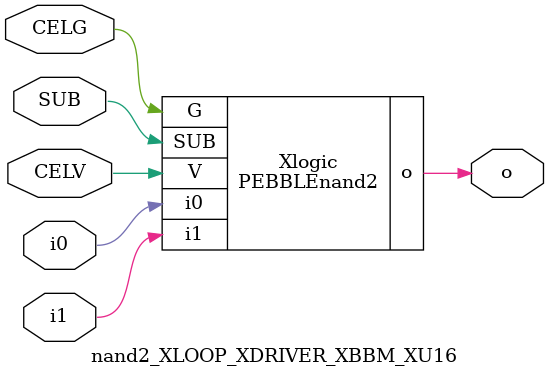
<source format=v>



module PEBBLEnand2 ( o, G, SUB, V, i0, i1 );

  input i0;
  input V;
  input i1;
  input G;
  output o;
  input SUB;
endmodule

//Celera Confidential Do Not Copy nand2_XLOOP_XDRIVER_XBBM_XU16
//Celera Confidential Symbol Generator
//5V NAND2
module nand2_XLOOP_XDRIVER_XBBM_XU16 (CELV,CELG,i0,i1,o,SUB);
input CELV;
input CELG;
input i0;
input i1;
input SUB;
output o;

//Celera Confidential Do Not Copy nand2
PEBBLEnand2 Xlogic(
.V (CELV),
.i0 (i0),
.i1 (i1),
.o (o),
.SUB (SUB),
.G (CELG)
);
//,diesize,PEBBLEnand2

//Celera Confidential Do Not Copy Module End
//Celera Schematic Generator
endmodule

</source>
